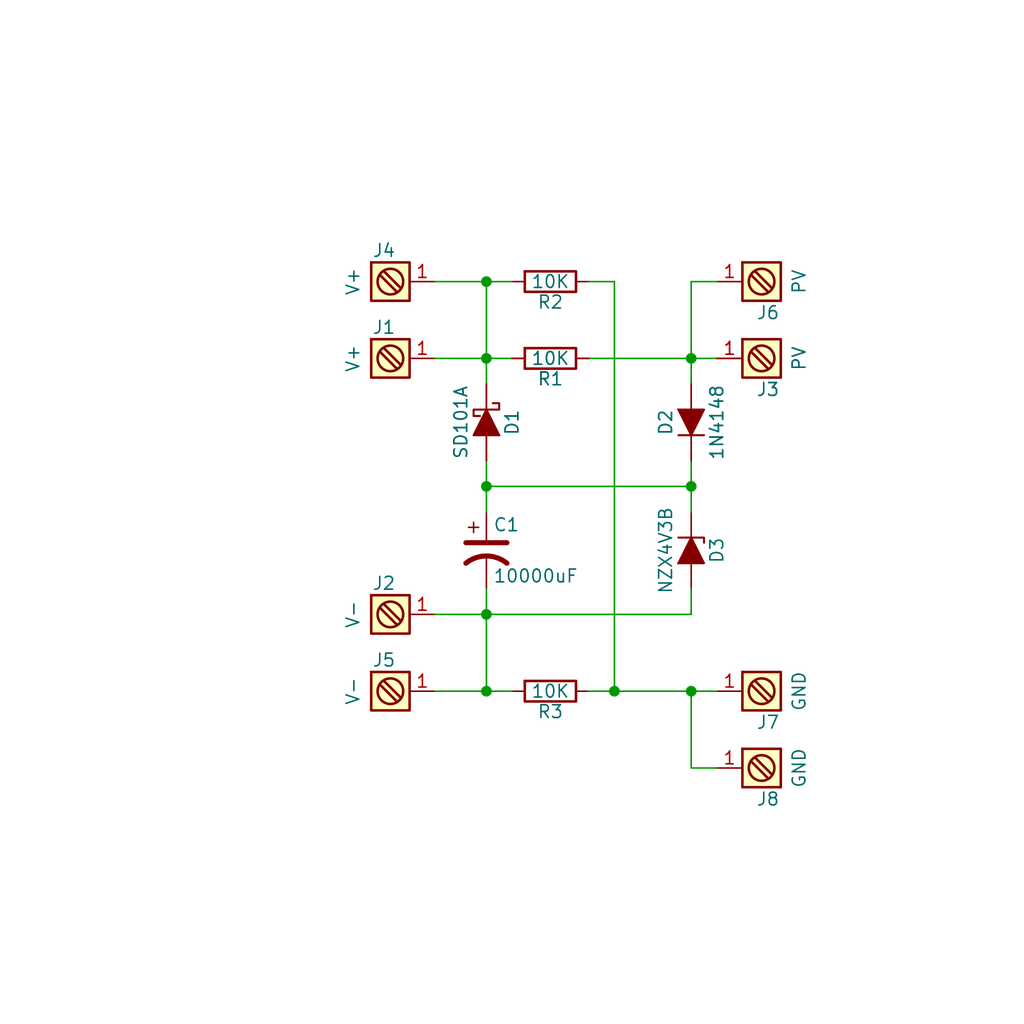
<source format=kicad_sch>
(kicad_sch (version 20230121) (generator eeschema)
  (paper "User" 101.6 101.6)
  (lib_symbols
    (symbol "spvctl-rescue:CP1" (pin_numbers hide) (pin_names (offset 0.254) hide)
      (property "Reference" "C" (at 0.635 2.54 0))
      (property "Value" "CP1" (at 0.635 -2.54 0))
      (symbol "CP1_0_1"
        (polyline (pts (xy -2.032 0.762) (xy 2.032 0.762)) (stroke (width 0.508)))
        (polyline (pts (xy -1.778 2.286) (xy -0.762 2.286)))
        (polyline (pts (xy -1.27 1.778) (xy -1.27 2.794)))
        (arc (start 2.032 -1.27) (mid 0 -0.5572) (end -2.032 -1.27) (stroke (width 0.508)))
      )
      (symbol "CP1_1_1"
        (pin passive line (at 0 3.81 270) (length 2.794) (name "~") (number "1"))
        (pin passive line (at 0 -3.81 90) (length 3.302) (name "~") (number "2"))
      )
    )
    (symbol "spvctl-rescue:D_ALT" (pin_numbers hide) (pin_names (offset 1.016) hide)
      (property "Reference" "D" (at 0 2.54 0))
      (property "Value" "D_ALT" (at 0 -2.54 0))
      (symbol "D_ALT_0_1"
        (polyline (pts (xy -1.27 1.27) (xy -1.27 -1.27)) (stroke (width 0.2032)))
        (polyline (pts (xy 1.27 0) (xy -1.27 0)))
        (polyline (pts (xy 1.27 1.27) (xy 1.27 -1.27) (xy -1.27 0) (xy 1.27 1.27)) (stroke (width 0.2032)) (fill (type outline)))
      )
      (symbol "D_ALT_1_1"
        (pin passive line (at -3.81 0 0) (length 2.54) (name "K") (number "1"))
        (pin passive line (at 3.81 0 180) (length 2.54) (name "A") (number "2"))
      )
    )
    (symbol "spvctl-rescue:D_Schottky_ALT" (pin_numbers hide) (pin_names (offset 1.016) hide)
      (property "Reference" "D" (at 0 2.54 0))
      (property "Value" "D_Schottky_ALT" (at 0 -2.54 0))
      (symbol "D_Schottky_ALT_0_1"
        (polyline (pts (xy 1.27 0) (xy -1.27 0)))
        (polyline (pts (xy 1.27 1.27) (xy 1.27 -1.27) (xy -1.27 0) (xy 1.27 1.27)) (stroke (width 0.2032)) (fill (type outline)))
        (polyline (pts (xy -1.905 0.635) (xy -1.905 1.27) (xy -1.27 1.27) (xy -1.27 -1.27) (xy -0.635 -1.27) (xy -0.635 -0.635)) (stroke (width 0.2032)))
      )
      (symbol "D_Schottky_ALT_1_1"
        (pin passive line (at -3.81 0 0) (length 2.54) (name "K") (number "1"))
        (pin passive line (at 3.81 0 180) (length 2.54) (name "A") (number "2"))
      )
    )
    (symbol "spvctl-rescue:D_Zener_ALT" (pin_numbers hide) (pin_names (offset 1.016) hide)
      (property "Reference" "D" (at 0 2.54 0))
      (property "Value" "D_Zener_ALT" (at 0 -2.54 0))
      (symbol "D_Zener_ALT_0_1"
        (polyline (pts (xy 1.27 0) (xy -1.27 0)))
        (polyline (pts (xy -1.27 -1.27) (xy -1.27 1.27) (xy -0.762 1.27)) (stroke (width 0.2032)))
        (polyline (pts (xy 1.27 -1.27) (xy 1.27 1.27) (xy -1.27 0) (xy 1.27 -1.27)) (stroke (width 0.2032)) (fill (type outline)))
      )
      (symbol "D_Zener_ALT_1_1"
        (pin passive line (at -3.81 0 0) (length 2.54) (name "K") (number "1"))
        (pin passive line (at 3.81 0 180) (length 2.54) (name "A") (number "2"))
      )
    )
    (symbol "spvctl-rescue:R" (pin_numbers hide) (pin_names (offset 0))
      (property "Reference" "R" (at 2.032 0 90))
      (property "Value" "R" (at 0 0 90))
      (symbol "R_0_1"
        (rectangle (start -1.016 -2.54) (end 1.016 2.54) (stroke (width 0.254)))
      )
      (symbol "R_1_1"
        (pin passive line (at 0 3.81 270) (length 1.27) (name "~") (number "1"))
        (pin passive line (at 0 -3.81 90) (length 1.27) (name "~") (number "2"))
      )
    )
    (symbol "spvctl-rescue:Screw_Terminal_1x01" (pin_names (offset 0.762) hide)
      (property "Reference" "J" (at 0 3.81 0))
      (property "Value" "Screw_Terminal_1x01" (at -3.81 0 90))
      (symbol "Screw_Terminal_1x01_0_1"
        (rectangle (start -1.27 1.905) (end 2.54 -1.905) (stroke (width 0.254)) (fill (type background)))
        (polyline (pts (xy 0 1.016) (xy 1.651 -0.635)) (stroke (width 0.254)))
        (polyline (pts (xy 1.27 -1.016) (xy -0.381 0.635)) (stroke (width 0.254)))
        (circle (center 0.635 0) (radius 1.27) (stroke (width 0.254)))
      )
      (symbol "Screw_Terminal_1x01_1_1"
        (pin passive line (at 5.08 0 180) (length 2.54) (name "~") (number "1"))
      )
    )
  )
  (junction (at 68.58 48.26))
  (junction (at 48.26 68.58))
  (junction (at 48.26 35.56))
  (junction (at 60.96 68.58))
  (junction (at 68.58 35.56))
  (junction (at 48.26 27.94))
  (junction (at 48.26 48.26))
  (junction (at 48.26 60.96))
  (junction (at 68.58 68.58))
  (wire (pts (xy 60.96 27.94) (xy 60.96 68.58)))
  (wire (pts (xy 68.58 27.94) (xy 68.58 35.56)))
  (wire (pts (xy 48.26 27.94) (xy 50.8 27.94)))
  (wire (pts (xy 58.42 68.58) (xy 60.96 68.58)))
  (wire (pts (xy 48.26 48.26) (xy 68.58 48.26)))
  (wire (pts (xy 48.26 35.56) (xy 48.26 38.1)))
  (wire (pts (xy 68.58 35.56) (xy 68.58 38.1)))
  (wire (pts (xy 48.26 35.56) (xy 50.8 35.56)))
  (wire (pts (xy 48.26 27.94) (xy 48.26 35.56)))
  (wire (pts (xy 68.58 35.56) (xy 71.12 35.56)))
  (wire (pts (xy 68.58 45.72) (xy 68.58 48.26)))
  (wire (pts (xy 58.42 27.94) (xy 60.96 27.94)))
  (wire (pts (xy 48.26 68.58) (xy 50.8 68.58)))
  (wire (pts (xy 48.26 60.96) (xy 48.26 68.58)))
  (wire (pts (xy 43.18 68.58) (xy 48.26 68.58)))
  (wire (pts (xy 68.58 68.58) (xy 71.12 68.58)))
  (wire (pts (xy 68.58 27.94) (xy 71.12 27.94)))
  (wire (pts (xy 48.26 60.96) (xy 68.58 60.96)))
  (wire (pts (xy 68.58 60.96) (xy 68.58 58.42)))
  (wire (pts (xy 58.42 35.56) (xy 68.58 35.56)))
  (wire (pts (xy 48.26 45.72) (xy 48.26 48.26)))
  (wire (pts (xy 43.18 35.56) (xy 48.26 35.56)))
  (wire (pts (xy 68.58 48.26) (xy 68.58 50.8)))
  (wire (pts (xy 48.26 48.26) (xy 48.26 50.8)))
  (wire (pts (xy 48.26 58.42) (xy 48.26 60.96)))
  (wire (pts (xy 43.18 27.94) (xy 48.26 27.94)))
  (wire (pts (xy 60.96 68.58) (xy 68.58 68.58)))
  (wire (pts (xy 43.18 60.96) (xy 48.26 60.96)))
  (wire (pts (xy 68.58 76.2) (xy 68.58 68.58)))
  (wire (pts (xy 71.12 76.2) (xy 68.58 76.2)))
  (symbol (lib_id "spvctl-rescue:Screw_Terminal_1x01") (at 38.1 35.56 0) (unit 1)
    (property "Reference" "J1" (at 38.1 31.75 0) (effects (justify top)))
    (property "Value" "V+" (at 34.29 35.56 90) (effects (justify top)))
    (property "Footprint" "Connectors:PINTST" (effects hide))
  )
  (symbol (lib_id "spvctl-rescue:Screw_Terminal_1x01") (at 38.1 60.96 0) (unit 1)
    (property "Reference" "J2" (at 38.1 57.15 0) (effects (justify top)))
    (property "Value" "V-" (at 34.29 60.96 90) (effects (justify top)))
    (property "Footprint" "Connectors:PINTST" (effects hide))
  )
  (symbol (lib_id "spvctl-rescue:Screw_Terminal_1x01") (at 76.2 35.56 180) (unit 1)
    (property "Reference" "J3" (at 76.2 39.37 0) (effects (justify top)))
    (property "Value" "PV" (at 80.01 35.56 90) (effects (justify top)))
    (property "Footprint" "Connectors:PINTST" (effects hide))
  )
  (symbol (lib_id "spvctl-rescue:R") (at 54.61 35.56 270) (unit 1)
    (property "Reference" "R1" (at 54.61 37.592 90))
    (property "Value" "10K" (at 54.61 35.56 90))
    (property "Footprint" "Resistors_THT:R_Axial_DIN0207_L6.3mm_D2.5mm_P7.62mm_Horizontal" (effects hide))
  )
  (symbol (lib_id "spvctl-rescue:D_Schottky_ALT") (at 48.26 41.91 270) (unit 1)
    (property "Reference" "D1" (at 50.8 41.91 0))
    (property "Value" "SD101A" (at 45.72 41.91 0))
    (property "Footprint" "Diodes_THT:D_DO-35_SOD27_P7.62mm_Horizontal" (effects hide))
  )
  (symbol (lib_id "spvctl-rescue:D_ALT") (at 68.58 41.91 90) (unit 1)
    (property "Reference" "D2" (at 66.04 41.91 0))
    (property "Value" "1N4148" (at 71.12 41.91 0))
    (property "Footprint" "Diodes_THT:D_DO-35_SOD27_P7.62mm_Horizontal" (effects hide))
  )
  (symbol (lib_id "spvctl-rescue:D_Zener_ALT") (at 68.58 54.61 270) (unit 1)
    (property "Reference" "D3" (at 71.12 54.61 0))
    (property "Value" "NZX4V3B" (at 66.04 54.61 0))
    (property "Footprint" "Diodes_THT:D_DO-35_SOD27_P7.62mm_Horizontal" (effects hide))
  )
  (symbol (lib_id "spvctl-rescue:CP1") (at 48.26 54.61 0) (unit 1)
    (property "Reference" "C1" (at 48.895 52.07 0) (effects (justify left)))
    (property "Value" "10000uF" (at 48.895 57.15 0) (effects (justify left)))
    (property "Footprint" "Capacitors_THT:CP_Radial_D16.0mm_P7.50mm" (effects hide))
  )
  (symbol (lib_id "spvctl-rescue:Screw_Terminal_1x01") (at 38.1 27.94 0) (unit 1)
    (property "Reference" "J4" (at 38.1 24.13 0) (effects (justify top)))
    (property "Value" "V+" (at 34.29 27.94 90) (effects (justify top)))
    (property "Footprint" "Connectors:PINTST" (effects hide))
  )
  (symbol (lib_id "spvctl-rescue:Screw_Terminal_1x01") (at 38.1 68.58 0) (unit 1)
    (property "Reference" "J5" (at 38.1 64.77 0) (effects (justify top)))
    (property "Value" "V-" (at 34.29 68.58 90) (effects (justify top)))
    (property "Footprint" "Connectors:PINTST" (effects hide))
  )
  (symbol (lib_id "spvctl-rescue:Screw_Terminal_1x01") (at 76.2 27.94 180) (unit 1)
    (property "Reference" "J6" (at 76.2 31.75 0) (effects (justify top)))
    (property "Value" "PV" (at 80.01 27.94 90) (effects (justify top)))
    (property "Footprint" "Connectors:PINTST" (effects hide))
  )
  (symbol (lib_id "spvctl-rescue:R") (at 54.61 27.94 270) (unit 1)
    (property "Reference" "R2" (at 54.61 29.972 90))
    (property "Value" "10K" (at 54.61 27.94 90))
    (property "Footprint" "Resistors_THT:R_Axial_DIN0207_L6.3mm_D2.5mm_P7.62mm_Horizontal" (effects hide))
  )
  (symbol (lib_id "spvctl-rescue:R") (at 54.61 68.58 270) (unit 1)
    (property "Reference" "R3" (at 54.61 70.612 90))
    (property "Value" "10K" (at 54.61 68.58 90))
    (property "Footprint" "Resistors_THT:R_Axial_DIN0207_L6.3mm_D2.5mm_P7.62mm_Horizontal" (effects hide))
  )
  (symbol (lib_id "spvctl-rescue:Screw_Terminal_1x01") (at 76.2 68.58 180) (unit 1)
    (property "Reference" "J7" (at 76.2 72.39 0) (effects (justify top)))
    (property "Value" "GND" (at 80.01 68.58 90) (effects (justify top)))
    (property "Footprint" "Connectors:PINTST" (effects hide))
  )
  (symbol (lib_id "spvctl-rescue:Screw_Terminal_1x01") (at 76.2 76.2 180) (unit 1)
    (property "Reference" "J8" (at 76.2 80.01 0) (effects (justify top)))
    (property "Value" "GND" (at 80.01 76.2 90) (effects (justify top)))
    (property "Footprint" "Connectors:PINTST" (effects hide))
  )
)
</source>
